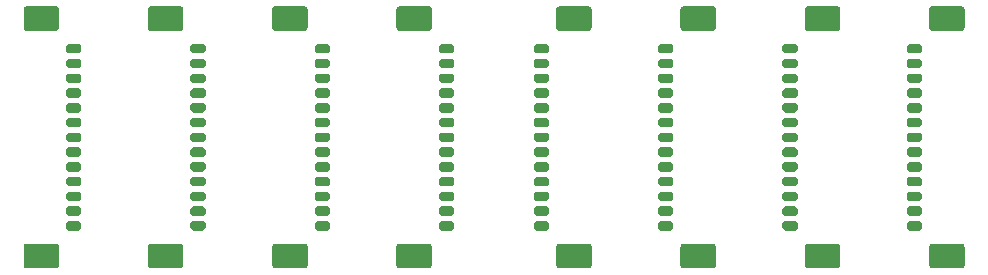
<source format=gtp>
G04 #@! TF.GenerationSoftware,KiCad,Pcbnew,5.1.6-1.fc32*
G04 #@! TF.CreationDate,2020-09-17T12:37:49-03:00*
G04 #@! TF.ProjectId,pc104-adapter-bottom,70633130-342d-4616-9461-707465722d62,v2.0*
G04 #@! TF.SameCoordinates,Original*
G04 #@! TF.FileFunction,Paste,Top*
G04 #@! TF.FilePolarity,Positive*
%FSLAX46Y46*%
G04 Gerber Fmt 4.6, Leading zero omitted, Abs format (unit mm)*
G04 Created by KiCad (PCBNEW 5.1.6-1.fc32) date 2020-09-17 12:37:49*
%MOMM*%
%LPD*%
G01*
G04 APERTURE LIST*
G04 APERTURE END LIST*
G36*
G01*
X185582000Y-74000000D02*
X183082000Y-74000000D01*
G75*
G02*
X182832000Y-73750000I0J250000D01*
G01*
X182832000Y-72150000D01*
G75*
G02*
X183082000Y-71900000I250000J0D01*
G01*
X185582000Y-71900000D01*
G75*
G02*
X185832000Y-72150000I0J-250000D01*
G01*
X185832000Y-73750000D01*
G75*
G02*
X185582000Y-74000000I-250000J0D01*
G01*
G37*
G36*
G01*
X185582000Y-94100000D02*
X183082000Y-94100000D01*
G75*
G02*
X182832000Y-93850000I0J250000D01*
G01*
X182832000Y-92250000D01*
G75*
G02*
X183082000Y-92000000I250000J0D01*
G01*
X185582000Y-92000000D01*
G75*
G02*
X185832000Y-92250000I0J-250000D01*
G01*
X185832000Y-93850000D01*
G75*
G02*
X185582000Y-94100000I-250000J0D01*
G01*
G37*
G36*
G01*
X182032000Y-75900000D02*
X181132000Y-75900000D01*
G75*
G02*
X180932000Y-75700000I0J200000D01*
G01*
X180932000Y-75300000D01*
G75*
G02*
X181132000Y-75100000I200000J0D01*
G01*
X182032000Y-75100000D01*
G75*
G02*
X182232000Y-75300000I0J-200000D01*
G01*
X182232000Y-75700000D01*
G75*
G02*
X182032000Y-75900000I-200000J0D01*
G01*
G37*
G36*
G01*
X182032000Y-77150000D02*
X181132000Y-77150000D01*
G75*
G02*
X180932000Y-76950000I0J200000D01*
G01*
X180932000Y-76550000D01*
G75*
G02*
X181132000Y-76350000I200000J0D01*
G01*
X182032000Y-76350000D01*
G75*
G02*
X182232000Y-76550000I0J-200000D01*
G01*
X182232000Y-76950000D01*
G75*
G02*
X182032000Y-77150000I-200000J0D01*
G01*
G37*
G36*
G01*
X182032000Y-78400000D02*
X181132000Y-78400000D01*
G75*
G02*
X180932000Y-78200000I0J200000D01*
G01*
X180932000Y-77800000D01*
G75*
G02*
X181132000Y-77600000I200000J0D01*
G01*
X182032000Y-77600000D01*
G75*
G02*
X182232000Y-77800000I0J-200000D01*
G01*
X182232000Y-78200000D01*
G75*
G02*
X182032000Y-78400000I-200000J0D01*
G01*
G37*
G36*
G01*
X182032000Y-79650000D02*
X181132000Y-79650000D01*
G75*
G02*
X180932000Y-79450000I0J200000D01*
G01*
X180932000Y-79050000D01*
G75*
G02*
X181132000Y-78850000I200000J0D01*
G01*
X182032000Y-78850000D01*
G75*
G02*
X182232000Y-79050000I0J-200000D01*
G01*
X182232000Y-79450000D01*
G75*
G02*
X182032000Y-79650000I-200000J0D01*
G01*
G37*
G36*
G01*
X182032000Y-80900000D02*
X181132000Y-80900000D01*
G75*
G02*
X180932000Y-80700000I0J200000D01*
G01*
X180932000Y-80300000D01*
G75*
G02*
X181132000Y-80100000I200000J0D01*
G01*
X182032000Y-80100000D01*
G75*
G02*
X182232000Y-80300000I0J-200000D01*
G01*
X182232000Y-80700000D01*
G75*
G02*
X182032000Y-80900000I-200000J0D01*
G01*
G37*
G36*
G01*
X182032000Y-82150000D02*
X181132000Y-82150000D01*
G75*
G02*
X180932000Y-81950000I0J200000D01*
G01*
X180932000Y-81550000D01*
G75*
G02*
X181132000Y-81350000I200000J0D01*
G01*
X182032000Y-81350000D01*
G75*
G02*
X182232000Y-81550000I0J-200000D01*
G01*
X182232000Y-81950000D01*
G75*
G02*
X182032000Y-82150000I-200000J0D01*
G01*
G37*
G36*
G01*
X182032000Y-83400000D02*
X181132000Y-83400000D01*
G75*
G02*
X180932000Y-83200000I0J200000D01*
G01*
X180932000Y-82800000D01*
G75*
G02*
X181132000Y-82600000I200000J0D01*
G01*
X182032000Y-82600000D01*
G75*
G02*
X182232000Y-82800000I0J-200000D01*
G01*
X182232000Y-83200000D01*
G75*
G02*
X182032000Y-83400000I-200000J0D01*
G01*
G37*
G36*
G01*
X182032000Y-84650000D02*
X181132000Y-84650000D01*
G75*
G02*
X180932000Y-84450000I0J200000D01*
G01*
X180932000Y-84050000D01*
G75*
G02*
X181132000Y-83850000I200000J0D01*
G01*
X182032000Y-83850000D01*
G75*
G02*
X182232000Y-84050000I0J-200000D01*
G01*
X182232000Y-84450000D01*
G75*
G02*
X182032000Y-84650000I-200000J0D01*
G01*
G37*
G36*
G01*
X182032000Y-85900000D02*
X181132000Y-85900000D01*
G75*
G02*
X180932000Y-85700000I0J200000D01*
G01*
X180932000Y-85300000D01*
G75*
G02*
X181132000Y-85100000I200000J0D01*
G01*
X182032000Y-85100000D01*
G75*
G02*
X182232000Y-85300000I0J-200000D01*
G01*
X182232000Y-85700000D01*
G75*
G02*
X182032000Y-85900000I-200000J0D01*
G01*
G37*
G36*
G01*
X182032000Y-87150000D02*
X181132000Y-87150000D01*
G75*
G02*
X180932000Y-86950000I0J200000D01*
G01*
X180932000Y-86550000D01*
G75*
G02*
X181132000Y-86350000I200000J0D01*
G01*
X182032000Y-86350000D01*
G75*
G02*
X182232000Y-86550000I0J-200000D01*
G01*
X182232000Y-86950000D01*
G75*
G02*
X182032000Y-87150000I-200000J0D01*
G01*
G37*
G36*
G01*
X182032000Y-88400000D02*
X181132000Y-88400000D01*
G75*
G02*
X180932000Y-88200000I0J200000D01*
G01*
X180932000Y-87800000D01*
G75*
G02*
X181132000Y-87600000I200000J0D01*
G01*
X182032000Y-87600000D01*
G75*
G02*
X182232000Y-87800000I0J-200000D01*
G01*
X182232000Y-88200000D01*
G75*
G02*
X182032000Y-88400000I-200000J0D01*
G01*
G37*
G36*
G01*
X182032000Y-89650000D02*
X181132000Y-89650000D01*
G75*
G02*
X180932000Y-89450000I0J200000D01*
G01*
X180932000Y-89050000D01*
G75*
G02*
X181132000Y-88850000I200000J0D01*
G01*
X182032000Y-88850000D01*
G75*
G02*
X182232000Y-89050000I0J-200000D01*
G01*
X182232000Y-89450000D01*
G75*
G02*
X182032000Y-89650000I-200000J0D01*
G01*
G37*
G36*
G01*
X182032000Y-90900000D02*
X181132000Y-90900000D01*
G75*
G02*
X180932000Y-90700000I0J200000D01*
G01*
X180932000Y-90300000D01*
G75*
G02*
X181132000Y-90100000I200000J0D01*
G01*
X182032000Y-90100000D01*
G75*
G02*
X182232000Y-90300000I0J-200000D01*
G01*
X182232000Y-90700000D01*
G75*
G02*
X182032000Y-90900000I-200000J0D01*
G01*
G37*
G36*
G01*
X154008000Y-74000000D02*
X151508000Y-74000000D01*
G75*
G02*
X151258000Y-73750000I0J250000D01*
G01*
X151258000Y-72150000D01*
G75*
G02*
X151508000Y-71900000I250000J0D01*
G01*
X154008000Y-71900000D01*
G75*
G02*
X154258000Y-72150000I0J-250000D01*
G01*
X154258000Y-73750000D01*
G75*
G02*
X154008000Y-74000000I-250000J0D01*
G01*
G37*
G36*
G01*
X154008000Y-94100000D02*
X151508000Y-94100000D01*
G75*
G02*
X151258000Y-93850000I0J250000D01*
G01*
X151258000Y-92250000D01*
G75*
G02*
X151508000Y-92000000I250000J0D01*
G01*
X154008000Y-92000000D01*
G75*
G02*
X154258000Y-92250000I0J-250000D01*
G01*
X154258000Y-93850000D01*
G75*
G02*
X154008000Y-94100000I-250000J0D01*
G01*
G37*
G36*
G01*
X150458000Y-75900000D02*
X149558000Y-75900000D01*
G75*
G02*
X149358000Y-75700000I0J200000D01*
G01*
X149358000Y-75300000D01*
G75*
G02*
X149558000Y-75100000I200000J0D01*
G01*
X150458000Y-75100000D01*
G75*
G02*
X150658000Y-75300000I0J-200000D01*
G01*
X150658000Y-75700000D01*
G75*
G02*
X150458000Y-75900000I-200000J0D01*
G01*
G37*
G36*
G01*
X150458000Y-77150000D02*
X149558000Y-77150000D01*
G75*
G02*
X149358000Y-76950000I0J200000D01*
G01*
X149358000Y-76550000D01*
G75*
G02*
X149558000Y-76350000I200000J0D01*
G01*
X150458000Y-76350000D01*
G75*
G02*
X150658000Y-76550000I0J-200000D01*
G01*
X150658000Y-76950000D01*
G75*
G02*
X150458000Y-77150000I-200000J0D01*
G01*
G37*
G36*
G01*
X150458000Y-78400000D02*
X149558000Y-78400000D01*
G75*
G02*
X149358000Y-78200000I0J200000D01*
G01*
X149358000Y-77800000D01*
G75*
G02*
X149558000Y-77600000I200000J0D01*
G01*
X150458000Y-77600000D01*
G75*
G02*
X150658000Y-77800000I0J-200000D01*
G01*
X150658000Y-78200000D01*
G75*
G02*
X150458000Y-78400000I-200000J0D01*
G01*
G37*
G36*
G01*
X150458000Y-79650000D02*
X149558000Y-79650000D01*
G75*
G02*
X149358000Y-79450000I0J200000D01*
G01*
X149358000Y-79050000D01*
G75*
G02*
X149558000Y-78850000I200000J0D01*
G01*
X150458000Y-78850000D01*
G75*
G02*
X150658000Y-79050000I0J-200000D01*
G01*
X150658000Y-79450000D01*
G75*
G02*
X150458000Y-79650000I-200000J0D01*
G01*
G37*
G36*
G01*
X150458000Y-80900000D02*
X149558000Y-80900000D01*
G75*
G02*
X149358000Y-80700000I0J200000D01*
G01*
X149358000Y-80300000D01*
G75*
G02*
X149558000Y-80100000I200000J0D01*
G01*
X150458000Y-80100000D01*
G75*
G02*
X150658000Y-80300000I0J-200000D01*
G01*
X150658000Y-80700000D01*
G75*
G02*
X150458000Y-80900000I-200000J0D01*
G01*
G37*
G36*
G01*
X150458000Y-82150000D02*
X149558000Y-82150000D01*
G75*
G02*
X149358000Y-81950000I0J200000D01*
G01*
X149358000Y-81550000D01*
G75*
G02*
X149558000Y-81350000I200000J0D01*
G01*
X150458000Y-81350000D01*
G75*
G02*
X150658000Y-81550000I0J-200000D01*
G01*
X150658000Y-81950000D01*
G75*
G02*
X150458000Y-82150000I-200000J0D01*
G01*
G37*
G36*
G01*
X150458000Y-83400000D02*
X149558000Y-83400000D01*
G75*
G02*
X149358000Y-83200000I0J200000D01*
G01*
X149358000Y-82800000D01*
G75*
G02*
X149558000Y-82600000I200000J0D01*
G01*
X150458000Y-82600000D01*
G75*
G02*
X150658000Y-82800000I0J-200000D01*
G01*
X150658000Y-83200000D01*
G75*
G02*
X150458000Y-83400000I-200000J0D01*
G01*
G37*
G36*
G01*
X150458000Y-84650000D02*
X149558000Y-84650000D01*
G75*
G02*
X149358000Y-84450000I0J200000D01*
G01*
X149358000Y-84050000D01*
G75*
G02*
X149558000Y-83850000I200000J0D01*
G01*
X150458000Y-83850000D01*
G75*
G02*
X150658000Y-84050000I0J-200000D01*
G01*
X150658000Y-84450000D01*
G75*
G02*
X150458000Y-84650000I-200000J0D01*
G01*
G37*
G36*
G01*
X150458000Y-85900000D02*
X149558000Y-85900000D01*
G75*
G02*
X149358000Y-85700000I0J200000D01*
G01*
X149358000Y-85300000D01*
G75*
G02*
X149558000Y-85100000I200000J0D01*
G01*
X150458000Y-85100000D01*
G75*
G02*
X150658000Y-85300000I0J-200000D01*
G01*
X150658000Y-85700000D01*
G75*
G02*
X150458000Y-85900000I-200000J0D01*
G01*
G37*
G36*
G01*
X150458000Y-87150000D02*
X149558000Y-87150000D01*
G75*
G02*
X149358000Y-86950000I0J200000D01*
G01*
X149358000Y-86550000D01*
G75*
G02*
X149558000Y-86350000I200000J0D01*
G01*
X150458000Y-86350000D01*
G75*
G02*
X150658000Y-86550000I0J-200000D01*
G01*
X150658000Y-86950000D01*
G75*
G02*
X150458000Y-87150000I-200000J0D01*
G01*
G37*
G36*
G01*
X150458000Y-88400000D02*
X149558000Y-88400000D01*
G75*
G02*
X149358000Y-88200000I0J200000D01*
G01*
X149358000Y-87800000D01*
G75*
G02*
X149558000Y-87600000I200000J0D01*
G01*
X150458000Y-87600000D01*
G75*
G02*
X150658000Y-87800000I0J-200000D01*
G01*
X150658000Y-88200000D01*
G75*
G02*
X150458000Y-88400000I-200000J0D01*
G01*
G37*
G36*
G01*
X150458000Y-89650000D02*
X149558000Y-89650000D01*
G75*
G02*
X149358000Y-89450000I0J200000D01*
G01*
X149358000Y-89050000D01*
G75*
G02*
X149558000Y-88850000I200000J0D01*
G01*
X150458000Y-88850000D01*
G75*
G02*
X150658000Y-89050000I0J-200000D01*
G01*
X150658000Y-89450000D01*
G75*
G02*
X150458000Y-89650000I-200000J0D01*
G01*
G37*
G36*
G01*
X150458000Y-90900000D02*
X149558000Y-90900000D01*
G75*
G02*
X149358000Y-90700000I0J200000D01*
G01*
X149358000Y-90300000D01*
G75*
G02*
X149558000Y-90100000I200000J0D01*
G01*
X150458000Y-90100000D01*
G75*
G02*
X150658000Y-90300000I0J-200000D01*
G01*
X150658000Y-90700000D01*
G75*
G02*
X150458000Y-90900000I-200000J0D01*
G01*
G37*
G36*
G01*
X127459000Y-92000000D02*
X129959000Y-92000000D01*
G75*
G02*
X130209000Y-92250000I0J-250000D01*
G01*
X130209000Y-93850000D01*
G75*
G02*
X129959000Y-94100000I-250000J0D01*
G01*
X127459000Y-94100000D01*
G75*
G02*
X127209000Y-93850000I0J250000D01*
G01*
X127209000Y-92250000D01*
G75*
G02*
X127459000Y-92000000I250000J0D01*
G01*
G37*
G36*
G01*
X127459000Y-71900000D02*
X129959000Y-71900000D01*
G75*
G02*
X130209000Y-72150000I0J-250000D01*
G01*
X130209000Y-73750000D01*
G75*
G02*
X129959000Y-74000000I-250000J0D01*
G01*
X127459000Y-74000000D01*
G75*
G02*
X127209000Y-73750000I0J250000D01*
G01*
X127209000Y-72150000D01*
G75*
G02*
X127459000Y-71900000I250000J0D01*
G01*
G37*
G36*
G01*
X131009000Y-90100000D02*
X131909000Y-90100000D01*
G75*
G02*
X132109000Y-90300000I0J-200000D01*
G01*
X132109000Y-90700000D01*
G75*
G02*
X131909000Y-90900000I-200000J0D01*
G01*
X131009000Y-90900000D01*
G75*
G02*
X130809000Y-90700000I0J200000D01*
G01*
X130809000Y-90300000D01*
G75*
G02*
X131009000Y-90100000I200000J0D01*
G01*
G37*
G36*
G01*
X131009000Y-88850000D02*
X131909000Y-88850000D01*
G75*
G02*
X132109000Y-89050000I0J-200000D01*
G01*
X132109000Y-89450000D01*
G75*
G02*
X131909000Y-89650000I-200000J0D01*
G01*
X131009000Y-89650000D01*
G75*
G02*
X130809000Y-89450000I0J200000D01*
G01*
X130809000Y-89050000D01*
G75*
G02*
X131009000Y-88850000I200000J0D01*
G01*
G37*
G36*
G01*
X131009000Y-87600000D02*
X131909000Y-87600000D01*
G75*
G02*
X132109000Y-87800000I0J-200000D01*
G01*
X132109000Y-88200000D01*
G75*
G02*
X131909000Y-88400000I-200000J0D01*
G01*
X131009000Y-88400000D01*
G75*
G02*
X130809000Y-88200000I0J200000D01*
G01*
X130809000Y-87800000D01*
G75*
G02*
X131009000Y-87600000I200000J0D01*
G01*
G37*
G36*
G01*
X131009000Y-86350000D02*
X131909000Y-86350000D01*
G75*
G02*
X132109000Y-86550000I0J-200000D01*
G01*
X132109000Y-86950000D01*
G75*
G02*
X131909000Y-87150000I-200000J0D01*
G01*
X131009000Y-87150000D01*
G75*
G02*
X130809000Y-86950000I0J200000D01*
G01*
X130809000Y-86550000D01*
G75*
G02*
X131009000Y-86350000I200000J0D01*
G01*
G37*
G36*
G01*
X131009000Y-85100000D02*
X131909000Y-85100000D01*
G75*
G02*
X132109000Y-85300000I0J-200000D01*
G01*
X132109000Y-85700000D01*
G75*
G02*
X131909000Y-85900000I-200000J0D01*
G01*
X131009000Y-85900000D01*
G75*
G02*
X130809000Y-85700000I0J200000D01*
G01*
X130809000Y-85300000D01*
G75*
G02*
X131009000Y-85100000I200000J0D01*
G01*
G37*
G36*
G01*
X131009000Y-83850000D02*
X131909000Y-83850000D01*
G75*
G02*
X132109000Y-84050000I0J-200000D01*
G01*
X132109000Y-84450000D01*
G75*
G02*
X131909000Y-84650000I-200000J0D01*
G01*
X131009000Y-84650000D01*
G75*
G02*
X130809000Y-84450000I0J200000D01*
G01*
X130809000Y-84050000D01*
G75*
G02*
X131009000Y-83850000I200000J0D01*
G01*
G37*
G36*
G01*
X131009000Y-82600000D02*
X131909000Y-82600000D01*
G75*
G02*
X132109000Y-82800000I0J-200000D01*
G01*
X132109000Y-83200000D01*
G75*
G02*
X131909000Y-83400000I-200000J0D01*
G01*
X131009000Y-83400000D01*
G75*
G02*
X130809000Y-83200000I0J200000D01*
G01*
X130809000Y-82800000D01*
G75*
G02*
X131009000Y-82600000I200000J0D01*
G01*
G37*
G36*
G01*
X131009000Y-81350000D02*
X131909000Y-81350000D01*
G75*
G02*
X132109000Y-81550000I0J-200000D01*
G01*
X132109000Y-81950000D01*
G75*
G02*
X131909000Y-82150000I-200000J0D01*
G01*
X131009000Y-82150000D01*
G75*
G02*
X130809000Y-81950000I0J200000D01*
G01*
X130809000Y-81550000D01*
G75*
G02*
X131009000Y-81350000I200000J0D01*
G01*
G37*
G36*
G01*
X131009000Y-80100000D02*
X131909000Y-80100000D01*
G75*
G02*
X132109000Y-80300000I0J-200000D01*
G01*
X132109000Y-80700000D01*
G75*
G02*
X131909000Y-80900000I-200000J0D01*
G01*
X131009000Y-80900000D01*
G75*
G02*
X130809000Y-80700000I0J200000D01*
G01*
X130809000Y-80300000D01*
G75*
G02*
X131009000Y-80100000I200000J0D01*
G01*
G37*
G36*
G01*
X131009000Y-78850000D02*
X131909000Y-78850000D01*
G75*
G02*
X132109000Y-79050000I0J-200000D01*
G01*
X132109000Y-79450000D01*
G75*
G02*
X131909000Y-79650000I-200000J0D01*
G01*
X131009000Y-79650000D01*
G75*
G02*
X130809000Y-79450000I0J200000D01*
G01*
X130809000Y-79050000D01*
G75*
G02*
X131009000Y-78850000I200000J0D01*
G01*
G37*
G36*
G01*
X131009000Y-77600000D02*
X131909000Y-77600000D01*
G75*
G02*
X132109000Y-77800000I0J-200000D01*
G01*
X132109000Y-78200000D01*
G75*
G02*
X131909000Y-78400000I-200000J0D01*
G01*
X131009000Y-78400000D01*
G75*
G02*
X130809000Y-78200000I0J200000D01*
G01*
X130809000Y-77800000D01*
G75*
G02*
X131009000Y-77600000I200000J0D01*
G01*
G37*
G36*
G01*
X131009000Y-76350000D02*
X131909000Y-76350000D01*
G75*
G02*
X132109000Y-76550000I0J-200000D01*
G01*
X132109000Y-76950000D01*
G75*
G02*
X131909000Y-77150000I-200000J0D01*
G01*
X131009000Y-77150000D01*
G75*
G02*
X130809000Y-76950000I0J200000D01*
G01*
X130809000Y-76550000D01*
G75*
G02*
X131009000Y-76350000I200000J0D01*
G01*
G37*
G36*
G01*
X131009000Y-75100000D02*
X131909000Y-75100000D01*
G75*
G02*
X132109000Y-75300000I0J-200000D01*
G01*
X132109000Y-75700000D01*
G75*
G02*
X131909000Y-75900000I-200000J0D01*
G01*
X131009000Y-75900000D01*
G75*
G02*
X130809000Y-75700000I0J200000D01*
G01*
X130809000Y-75300000D01*
G75*
G02*
X131009000Y-75100000I200000J0D01*
G01*
G37*
G36*
G01*
X106410000Y-92000000D02*
X108910000Y-92000000D01*
G75*
G02*
X109160000Y-92250000I0J-250000D01*
G01*
X109160000Y-93850000D01*
G75*
G02*
X108910000Y-94100000I-250000J0D01*
G01*
X106410000Y-94100000D01*
G75*
G02*
X106160000Y-93850000I0J250000D01*
G01*
X106160000Y-92250000D01*
G75*
G02*
X106410000Y-92000000I250000J0D01*
G01*
G37*
G36*
G01*
X106410000Y-71900000D02*
X108910000Y-71900000D01*
G75*
G02*
X109160000Y-72150000I0J-250000D01*
G01*
X109160000Y-73750000D01*
G75*
G02*
X108910000Y-74000000I-250000J0D01*
G01*
X106410000Y-74000000D01*
G75*
G02*
X106160000Y-73750000I0J250000D01*
G01*
X106160000Y-72150000D01*
G75*
G02*
X106410000Y-71900000I250000J0D01*
G01*
G37*
G36*
G01*
X109960000Y-90100000D02*
X110860000Y-90100000D01*
G75*
G02*
X111060000Y-90300000I0J-200000D01*
G01*
X111060000Y-90700000D01*
G75*
G02*
X110860000Y-90900000I-200000J0D01*
G01*
X109960000Y-90900000D01*
G75*
G02*
X109760000Y-90700000I0J200000D01*
G01*
X109760000Y-90300000D01*
G75*
G02*
X109960000Y-90100000I200000J0D01*
G01*
G37*
G36*
G01*
X109960000Y-88850000D02*
X110860000Y-88850000D01*
G75*
G02*
X111060000Y-89050000I0J-200000D01*
G01*
X111060000Y-89450000D01*
G75*
G02*
X110860000Y-89650000I-200000J0D01*
G01*
X109960000Y-89650000D01*
G75*
G02*
X109760000Y-89450000I0J200000D01*
G01*
X109760000Y-89050000D01*
G75*
G02*
X109960000Y-88850000I200000J0D01*
G01*
G37*
G36*
G01*
X109960000Y-87600000D02*
X110860000Y-87600000D01*
G75*
G02*
X111060000Y-87800000I0J-200000D01*
G01*
X111060000Y-88200000D01*
G75*
G02*
X110860000Y-88400000I-200000J0D01*
G01*
X109960000Y-88400000D01*
G75*
G02*
X109760000Y-88200000I0J200000D01*
G01*
X109760000Y-87800000D01*
G75*
G02*
X109960000Y-87600000I200000J0D01*
G01*
G37*
G36*
G01*
X109960000Y-86350000D02*
X110860000Y-86350000D01*
G75*
G02*
X111060000Y-86550000I0J-200000D01*
G01*
X111060000Y-86950000D01*
G75*
G02*
X110860000Y-87150000I-200000J0D01*
G01*
X109960000Y-87150000D01*
G75*
G02*
X109760000Y-86950000I0J200000D01*
G01*
X109760000Y-86550000D01*
G75*
G02*
X109960000Y-86350000I200000J0D01*
G01*
G37*
G36*
G01*
X109960000Y-85100000D02*
X110860000Y-85100000D01*
G75*
G02*
X111060000Y-85300000I0J-200000D01*
G01*
X111060000Y-85700000D01*
G75*
G02*
X110860000Y-85900000I-200000J0D01*
G01*
X109960000Y-85900000D01*
G75*
G02*
X109760000Y-85700000I0J200000D01*
G01*
X109760000Y-85300000D01*
G75*
G02*
X109960000Y-85100000I200000J0D01*
G01*
G37*
G36*
G01*
X109960000Y-83850000D02*
X110860000Y-83850000D01*
G75*
G02*
X111060000Y-84050000I0J-200000D01*
G01*
X111060000Y-84450000D01*
G75*
G02*
X110860000Y-84650000I-200000J0D01*
G01*
X109960000Y-84650000D01*
G75*
G02*
X109760000Y-84450000I0J200000D01*
G01*
X109760000Y-84050000D01*
G75*
G02*
X109960000Y-83850000I200000J0D01*
G01*
G37*
G36*
G01*
X109960000Y-82600000D02*
X110860000Y-82600000D01*
G75*
G02*
X111060000Y-82800000I0J-200000D01*
G01*
X111060000Y-83200000D01*
G75*
G02*
X110860000Y-83400000I-200000J0D01*
G01*
X109960000Y-83400000D01*
G75*
G02*
X109760000Y-83200000I0J200000D01*
G01*
X109760000Y-82800000D01*
G75*
G02*
X109960000Y-82600000I200000J0D01*
G01*
G37*
G36*
G01*
X109960000Y-81350000D02*
X110860000Y-81350000D01*
G75*
G02*
X111060000Y-81550000I0J-200000D01*
G01*
X111060000Y-81950000D01*
G75*
G02*
X110860000Y-82150000I-200000J0D01*
G01*
X109960000Y-82150000D01*
G75*
G02*
X109760000Y-81950000I0J200000D01*
G01*
X109760000Y-81550000D01*
G75*
G02*
X109960000Y-81350000I200000J0D01*
G01*
G37*
G36*
G01*
X109960000Y-80100000D02*
X110860000Y-80100000D01*
G75*
G02*
X111060000Y-80300000I0J-200000D01*
G01*
X111060000Y-80700000D01*
G75*
G02*
X110860000Y-80900000I-200000J0D01*
G01*
X109960000Y-80900000D01*
G75*
G02*
X109760000Y-80700000I0J200000D01*
G01*
X109760000Y-80300000D01*
G75*
G02*
X109960000Y-80100000I200000J0D01*
G01*
G37*
G36*
G01*
X109960000Y-78850000D02*
X110860000Y-78850000D01*
G75*
G02*
X111060000Y-79050000I0J-200000D01*
G01*
X111060000Y-79450000D01*
G75*
G02*
X110860000Y-79650000I-200000J0D01*
G01*
X109960000Y-79650000D01*
G75*
G02*
X109760000Y-79450000I0J200000D01*
G01*
X109760000Y-79050000D01*
G75*
G02*
X109960000Y-78850000I200000J0D01*
G01*
G37*
G36*
G01*
X109960000Y-77600000D02*
X110860000Y-77600000D01*
G75*
G02*
X111060000Y-77800000I0J-200000D01*
G01*
X111060000Y-78200000D01*
G75*
G02*
X110860000Y-78400000I-200000J0D01*
G01*
X109960000Y-78400000D01*
G75*
G02*
X109760000Y-78200000I0J200000D01*
G01*
X109760000Y-77800000D01*
G75*
G02*
X109960000Y-77600000I200000J0D01*
G01*
G37*
G36*
G01*
X109960000Y-76350000D02*
X110860000Y-76350000D01*
G75*
G02*
X111060000Y-76550000I0J-200000D01*
G01*
X111060000Y-76950000D01*
G75*
G02*
X110860000Y-77150000I-200000J0D01*
G01*
X109960000Y-77150000D01*
G75*
G02*
X109760000Y-76950000I0J200000D01*
G01*
X109760000Y-76550000D01*
G75*
G02*
X109960000Y-76350000I200000J0D01*
G01*
G37*
G36*
G01*
X109960000Y-75100000D02*
X110860000Y-75100000D01*
G75*
G02*
X111060000Y-75300000I0J-200000D01*
G01*
X111060000Y-75700000D01*
G75*
G02*
X110860000Y-75900000I-200000J0D01*
G01*
X109960000Y-75900000D01*
G75*
G02*
X109760000Y-75700000I0J200000D01*
G01*
X109760000Y-75300000D01*
G75*
G02*
X109960000Y-75100000I200000J0D01*
G01*
G37*
G36*
G01*
X175058000Y-74000000D02*
X172558000Y-74000000D01*
G75*
G02*
X172308000Y-73750000I0J250000D01*
G01*
X172308000Y-72150000D01*
G75*
G02*
X172558000Y-71900000I250000J0D01*
G01*
X175058000Y-71900000D01*
G75*
G02*
X175308000Y-72150000I0J-250000D01*
G01*
X175308000Y-73750000D01*
G75*
G02*
X175058000Y-74000000I-250000J0D01*
G01*
G37*
G36*
G01*
X175058000Y-94100000D02*
X172558000Y-94100000D01*
G75*
G02*
X172308000Y-93850000I0J250000D01*
G01*
X172308000Y-92250000D01*
G75*
G02*
X172558000Y-92000000I250000J0D01*
G01*
X175058000Y-92000000D01*
G75*
G02*
X175308000Y-92250000I0J-250000D01*
G01*
X175308000Y-93850000D01*
G75*
G02*
X175058000Y-94100000I-250000J0D01*
G01*
G37*
G36*
G01*
X171508000Y-75900000D02*
X170608000Y-75900000D01*
G75*
G02*
X170408000Y-75700000I0J200000D01*
G01*
X170408000Y-75300000D01*
G75*
G02*
X170608000Y-75100000I200000J0D01*
G01*
X171508000Y-75100000D01*
G75*
G02*
X171708000Y-75300000I0J-200000D01*
G01*
X171708000Y-75700000D01*
G75*
G02*
X171508000Y-75900000I-200000J0D01*
G01*
G37*
G36*
G01*
X171508000Y-77150000D02*
X170608000Y-77150000D01*
G75*
G02*
X170408000Y-76950000I0J200000D01*
G01*
X170408000Y-76550000D01*
G75*
G02*
X170608000Y-76350000I200000J0D01*
G01*
X171508000Y-76350000D01*
G75*
G02*
X171708000Y-76550000I0J-200000D01*
G01*
X171708000Y-76950000D01*
G75*
G02*
X171508000Y-77150000I-200000J0D01*
G01*
G37*
G36*
G01*
X171508000Y-78400000D02*
X170608000Y-78400000D01*
G75*
G02*
X170408000Y-78200000I0J200000D01*
G01*
X170408000Y-77800000D01*
G75*
G02*
X170608000Y-77600000I200000J0D01*
G01*
X171508000Y-77600000D01*
G75*
G02*
X171708000Y-77800000I0J-200000D01*
G01*
X171708000Y-78200000D01*
G75*
G02*
X171508000Y-78400000I-200000J0D01*
G01*
G37*
G36*
G01*
X171508000Y-79650000D02*
X170608000Y-79650000D01*
G75*
G02*
X170408000Y-79450000I0J200000D01*
G01*
X170408000Y-79050000D01*
G75*
G02*
X170608000Y-78850000I200000J0D01*
G01*
X171508000Y-78850000D01*
G75*
G02*
X171708000Y-79050000I0J-200000D01*
G01*
X171708000Y-79450000D01*
G75*
G02*
X171508000Y-79650000I-200000J0D01*
G01*
G37*
G36*
G01*
X171508000Y-80900000D02*
X170608000Y-80900000D01*
G75*
G02*
X170408000Y-80700000I0J200000D01*
G01*
X170408000Y-80300000D01*
G75*
G02*
X170608000Y-80100000I200000J0D01*
G01*
X171508000Y-80100000D01*
G75*
G02*
X171708000Y-80300000I0J-200000D01*
G01*
X171708000Y-80700000D01*
G75*
G02*
X171508000Y-80900000I-200000J0D01*
G01*
G37*
G36*
G01*
X171508000Y-82150000D02*
X170608000Y-82150000D01*
G75*
G02*
X170408000Y-81950000I0J200000D01*
G01*
X170408000Y-81550000D01*
G75*
G02*
X170608000Y-81350000I200000J0D01*
G01*
X171508000Y-81350000D01*
G75*
G02*
X171708000Y-81550000I0J-200000D01*
G01*
X171708000Y-81950000D01*
G75*
G02*
X171508000Y-82150000I-200000J0D01*
G01*
G37*
G36*
G01*
X171508000Y-83400000D02*
X170608000Y-83400000D01*
G75*
G02*
X170408000Y-83200000I0J200000D01*
G01*
X170408000Y-82800000D01*
G75*
G02*
X170608000Y-82600000I200000J0D01*
G01*
X171508000Y-82600000D01*
G75*
G02*
X171708000Y-82800000I0J-200000D01*
G01*
X171708000Y-83200000D01*
G75*
G02*
X171508000Y-83400000I-200000J0D01*
G01*
G37*
G36*
G01*
X171508000Y-84650000D02*
X170608000Y-84650000D01*
G75*
G02*
X170408000Y-84450000I0J200000D01*
G01*
X170408000Y-84050000D01*
G75*
G02*
X170608000Y-83850000I200000J0D01*
G01*
X171508000Y-83850000D01*
G75*
G02*
X171708000Y-84050000I0J-200000D01*
G01*
X171708000Y-84450000D01*
G75*
G02*
X171508000Y-84650000I-200000J0D01*
G01*
G37*
G36*
G01*
X171508000Y-85900000D02*
X170608000Y-85900000D01*
G75*
G02*
X170408000Y-85700000I0J200000D01*
G01*
X170408000Y-85300000D01*
G75*
G02*
X170608000Y-85100000I200000J0D01*
G01*
X171508000Y-85100000D01*
G75*
G02*
X171708000Y-85300000I0J-200000D01*
G01*
X171708000Y-85700000D01*
G75*
G02*
X171508000Y-85900000I-200000J0D01*
G01*
G37*
G36*
G01*
X171508000Y-87150000D02*
X170608000Y-87150000D01*
G75*
G02*
X170408000Y-86950000I0J200000D01*
G01*
X170408000Y-86550000D01*
G75*
G02*
X170608000Y-86350000I200000J0D01*
G01*
X171508000Y-86350000D01*
G75*
G02*
X171708000Y-86550000I0J-200000D01*
G01*
X171708000Y-86950000D01*
G75*
G02*
X171508000Y-87150000I-200000J0D01*
G01*
G37*
G36*
G01*
X171508000Y-88400000D02*
X170608000Y-88400000D01*
G75*
G02*
X170408000Y-88200000I0J200000D01*
G01*
X170408000Y-87800000D01*
G75*
G02*
X170608000Y-87600000I200000J0D01*
G01*
X171508000Y-87600000D01*
G75*
G02*
X171708000Y-87800000I0J-200000D01*
G01*
X171708000Y-88200000D01*
G75*
G02*
X171508000Y-88400000I-200000J0D01*
G01*
G37*
G36*
G01*
X171508000Y-89650000D02*
X170608000Y-89650000D01*
G75*
G02*
X170408000Y-89450000I0J200000D01*
G01*
X170408000Y-89050000D01*
G75*
G02*
X170608000Y-88850000I200000J0D01*
G01*
X171508000Y-88850000D01*
G75*
G02*
X171708000Y-89050000I0J-200000D01*
G01*
X171708000Y-89450000D01*
G75*
G02*
X171508000Y-89650000I-200000J0D01*
G01*
G37*
G36*
G01*
X171508000Y-90900000D02*
X170608000Y-90900000D01*
G75*
G02*
X170408000Y-90700000I0J200000D01*
G01*
X170408000Y-90300000D01*
G75*
G02*
X170608000Y-90100000I200000J0D01*
G01*
X171508000Y-90100000D01*
G75*
G02*
X171708000Y-90300000I0J-200000D01*
G01*
X171708000Y-90700000D01*
G75*
G02*
X171508000Y-90900000I-200000J0D01*
G01*
G37*
G36*
G01*
X164533000Y-74000000D02*
X162033000Y-74000000D01*
G75*
G02*
X161783000Y-73750000I0J250000D01*
G01*
X161783000Y-72150000D01*
G75*
G02*
X162033000Y-71900000I250000J0D01*
G01*
X164533000Y-71900000D01*
G75*
G02*
X164783000Y-72150000I0J-250000D01*
G01*
X164783000Y-73750000D01*
G75*
G02*
X164533000Y-74000000I-250000J0D01*
G01*
G37*
G36*
G01*
X164533000Y-94100000D02*
X162033000Y-94100000D01*
G75*
G02*
X161783000Y-93850000I0J250000D01*
G01*
X161783000Y-92250000D01*
G75*
G02*
X162033000Y-92000000I250000J0D01*
G01*
X164533000Y-92000000D01*
G75*
G02*
X164783000Y-92250000I0J-250000D01*
G01*
X164783000Y-93850000D01*
G75*
G02*
X164533000Y-94100000I-250000J0D01*
G01*
G37*
G36*
G01*
X160983000Y-75900000D02*
X160083000Y-75900000D01*
G75*
G02*
X159883000Y-75700000I0J200000D01*
G01*
X159883000Y-75300000D01*
G75*
G02*
X160083000Y-75100000I200000J0D01*
G01*
X160983000Y-75100000D01*
G75*
G02*
X161183000Y-75300000I0J-200000D01*
G01*
X161183000Y-75700000D01*
G75*
G02*
X160983000Y-75900000I-200000J0D01*
G01*
G37*
G36*
G01*
X160983000Y-77150000D02*
X160083000Y-77150000D01*
G75*
G02*
X159883000Y-76950000I0J200000D01*
G01*
X159883000Y-76550000D01*
G75*
G02*
X160083000Y-76350000I200000J0D01*
G01*
X160983000Y-76350000D01*
G75*
G02*
X161183000Y-76550000I0J-200000D01*
G01*
X161183000Y-76950000D01*
G75*
G02*
X160983000Y-77150000I-200000J0D01*
G01*
G37*
G36*
G01*
X160983000Y-78400000D02*
X160083000Y-78400000D01*
G75*
G02*
X159883000Y-78200000I0J200000D01*
G01*
X159883000Y-77800000D01*
G75*
G02*
X160083000Y-77600000I200000J0D01*
G01*
X160983000Y-77600000D01*
G75*
G02*
X161183000Y-77800000I0J-200000D01*
G01*
X161183000Y-78200000D01*
G75*
G02*
X160983000Y-78400000I-200000J0D01*
G01*
G37*
G36*
G01*
X160983000Y-79650000D02*
X160083000Y-79650000D01*
G75*
G02*
X159883000Y-79450000I0J200000D01*
G01*
X159883000Y-79050000D01*
G75*
G02*
X160083000Y-78850000I200000J0D01*
G01*
X160983000Y-78850000D01*
G75*
G02*
X161183000Y-79050000I0J-200000D01*
G01*
X161183000Y-79450000D01*
G75*
G02*
X160983000Y-79650000I-200000J0D01*
G01*
G37*
G36*
G01*
X160983000Y-80900000D02*
X160083000Y-80900000D01*
G75*
G02*
X159883000Y-80700000I0J200000D01*
G01*
X159883000Y-80300000D01*
G75*
G02*
X160083000Y-80100000I200000J0D01*
G01*
X160983000Y-80100000D01*
G75*
G02*
X161183000Y-80300000I0J-200000D01*
G01*
X161183000Y-80700000D01*
G75*
G02*
X160983000Y-80900000I-200000J0D01*
G01*
G37*
G36*
G01*
X160983000Y-82150000D02*
X160083000Y-82150000D01*
G75*
G02*
X159883000Y-81950000I0J200000D01*
G01*
X159883000Y-81550000D01*
G75*
G02*
X160083000Y-81350000I200000J0D01*
G01*
X160983000Y-81350000D01*
G75*
G02*
X161183000Y-81550000I0J-200000D01*
G01*
X161183000Y-81950000D01*
G75*
G02*
X160983000Y-82150000I-200000J0D01*
G01*
G37*
G36*
G01*
X160983000Y-83400000D02*
X160083000Y-83400000D01*
G75*
G02*
X159883000Y-83200000I0J200000D01*
G01*
X159883000Y-82800000D01*
G75*
G02*
X160083000Y-82600000I200000J0D01*
G01*
X160983000Y-82600000D01*
G75*
G02*
X161183000Y-82800000I0J-200000D01*
G01*
X161183000Y-83200000D01*
G75*
G02*
X160983000Y-83400000I-200000J0D01*
G01*
G37*
G36*
G01*
X160983000Y-84650000D02*
X160083000Y-84650000D01*
G75*
G02*
X159883000Y-84450000I0J200000D01*
G01*
X159883000Y-84050000D01*
G75*
G02*
X160083000Y-83850000I200000J0D01*
G01*
X160983000Y-83850000D01*
G75*
G02*
X161183000Y-84050000I0J-200000D01*
G01*
X161183000Y-84450000D01*
G75*
G02*
X160983000Y-84650000I-200000J0D01*
G01*
G37*
G36*
G01*
X160983000Y-85900000D02*
X160083000Y-85900000D01*
G75*
G02*
X159883000Y-85700000I0J200000D01*
G01*
X159883000Y-85300000D01*
G75*
G02*
X160083000Y-85100000I200000J0D01*
G01*
X160983000Y-85100000D01*
G75*
G02*
X161183000Y-85300000I0J-200000D01*
G01*
X161183000Y-85700000D01*
G75*
G02*
X160983000Y-85900000I-200000J0D01*
G01*
G37*
G36*
G01*
X160983000Y-87150000D02*
X160083000Y-87150000D01*
G75*
G02*
X159883000Y-86950000I0J200000D01*
G01*
X159883000Y-86550000D01*
G75*
G02*
X160083000Y-86350000I200000J0D01*
G01*
X160983000Y-86350000D01*
G75*
G02*
X161183000Y-86550000I0J-200000D01*
G01*
X161183000Y-86950000D01*
G75*
G02*
X160983000Y-87150000I-200000J0D01*
G01*
G37*
G36*
G01*
X160983000Y-88400000D02*
X160083000Y-88400000D01*
G75*
G02*
X159883000Y-88200000I0J200000D01*
G01*
X159883000Y-87800000D01*
G75*
G02*
X160083000Y-87600000I200000J0D01*
G01*
X160983000Y-87600000D01*
G75*
G02*
X161183000Y-87800000I0J-200000D01*
G01*
X161183000Y-88200000D01*
G75*
G02*
X160983000Y-88400000I-200000J0D01*
G01*
G37*
G36*
G01*
X160983000Y-89650000D02*
X160083000Y-89650000D01*
G75*
G02*
X159883000Y-89450000I0J200000D01*
G01*
X159883000Y-89050000D01*
G75*
G02*
X160083000Y-88850000I200000J0D01*
G01*
X160983000Y-88850000D01*
G75*
G02*
X161183000Y-89050000I0J-200000D01*
G01*
X161183000Y-89450000D01*
G75*
G02*
X160983000Y-89650000I-200000J0D01*
G01*
G37*
G36*
G01*
X160983000Y-90900000D02*
X160083000Y-90900000D01*
G75*
G02*
X159883000Y-90700000I0J200000D01*
G01*
X159883000Y-90300000D01*
G75*
G02*
X160083000Y-90100000I200000J0D01*
G01*
X160983000Y-90100000D01*
G75*
G02*
X161183000Y-90300000I0J-200000D01*
G01*
X161183000Y-90700000D01*
G75*
G02*
X160983000Y-90900000I-200000J0D01*
G01*
G37*
G36*
G01*
X137984000Y-92000000D02*
X140484000Y-92000000D01*
G75*
G02*
X140734000Y-92250000I0J-250000D01*
G01*
X140734000Y-93850000D01*
G75*
G02*
X140484000Y-94100000I-250000J0D01*
G01*
X137984000Y-94100000D01*
G75*
G02*
X137734000Y-93850000I0J250000D01*
G01*
X137734000Y-92250000D01*
G75*
G02*
X137984000Y-92000000I250000J0D01*
G01*
G37*
G36*
G01*
X137984000Y-71900000D02*
X140484000Y-71900000D01*
G75*
G02*
X140734000Y-72150000I0J-250000D01*
G01*
X140734000Y-73750000D01*
G75*
G02*
X140484000Y-74000000I-250000J0D01*
G01*
X137984000Y-74000000D01*
G75*
G02*
X137734000Y-73750000I0J250000D01*
G01*
X137734000Y-72150000D01*
G75*
G02*
X137984000Y-71900000I250000J0D01*
G01*
G37*
G36*
G01*
X141534000Y-90100000D02*
X142434000Y-90100000D01*
G75*
G02*
X142634000Y-90300000I0J-200000D01*
G01*
X142634000Y-90700000D01*
G75*
G02*
X142434000Y-90900000I-200000J0D01*
G01*
X141534000Y-90900000D01*
G75*
G02*
X141334000Y-90700000I0J200000D01*
G01*
X141334000Y-90300000D01*
G75*
G02*
X141534000Y-90100000I200000J0D01*
G01*
G37*
G36*
G01*
X141534000Y-88850000D02*
X142434000Y-88850000D01*
G75*
G02*
X142634000Y-89050000I0J-200000D01*
G01*
X142634000Y-89450000D01*
G75*
G02*
X142434000Y-89650000I-200000J0D01*
G01*
X141534000Y-89650000D01*
G75*
G02*
X141334000Y-89450000I0J200000D01*
G01*
X141334000Y-89050000D01*
G75*
G02*
X141534000Y-88850000I200000J0D01*
G01*
G37*
G36*
G01*
X141534000Y-87600000D02*
X142434000Y-87600000D01*
G75*
G02*
X142634000Y-87800000I0J-200000D01*
G01*
X142634000Y-88200000D01*
G75*
G02*
X142434000Y-88400000I-200000J0D01*
G01*
X141534000Y-88400000D01*
G75*
G02*
X141334000Y-88200000I0J200000D01*
G01*
X141334000Y-87800000D01*
G75*
G02*
X141534000Y-87600000I200000J0D01*
G01*
G37*
G36*
G01*
X141534000Y-86350000D02*
X142434000Y-86350000D01*
G75*
G02*
X142634000Y-86550000I0J-200000D01*
G01*
X142634000Y-86950000D01*
G75*
G02*
X142434000Y-87150000I-200000J0D01*
G01*
X141534000Y-87150000D01*
G75*
G02*
X141334000Y-86950000I0J200000D01*
G01*
X141334000Y-86550000D01*
G75*
G02*
X141534000Y-86350000I200000J0D01*
G01*
G37*
G36*
G01*
X141534000Y-85100000D02*
X142434000Y-85100000D01*
G75*
G02*
X142634000Y-85300000I0J-200000D01*
G01*
X142634000Y-85700000D01*
G75*
G02*
X142434000Y-85900000I-200000J0D01*
G01*
X141534000Y-85900000D01*
G75*
G02*
X141334000Y-85700000I0J200000D01*
G01*
X141334000Y-85300000D01*
G75*
G02*
X141534000Y-85100000I200000J0D01*
G01*
G37*
G36*
G01*
X141534000Y-83850000D02*
X142434000Y-83850000D01*
G75*
G02*
X142634000Y-84050000I0J-200000D01*
G01*
X142634000Y-84450000D01*
G75*
G02*
X142434000Y-84650000I-200000J0D01*
G01*
X141534000Y-84650000D01*
G75*
G02*
X141334000Y-84450000I0J200000D01*
G01*
X141334000Y-84050000D01*
G75*
G02*
X141534000Y-83850000I200000J0D01*
G01*
G37*
G36*
G01*
X141534000Y-82600000D02*
X142434000Y-82600000D01*
G75*
G02*
X142634000Y-82800000I0J-200000D01*
G01*
X142634000Y-83200000D01*
G75*
G02*
X142434000Y-83400000I-200000J0D01*
G01*
X141534000Y-83400000D01*
G75*
G02*
X141334000Y-83200000I0J200000D01*
G01*
X141334000Y-82800000D01*
G75*
G02*
X141534000Y-82600000I200000J0D01*
G01*
G37*
G36*
G01*
X141534000Y-81350000D02*
X142434000Y-81350000D01*
G75*
G02*
X142634000Y-81550000I0J-200000D01*
G01*
X142634000Y-81950000D01*
G75*
G02*
X142434000Y-82150000I-200000J0D01*
G01*
X141534000Y-82150000D01*
G75*
G02*
X141334000Y-81950000I0J200000D01*
G01*
X141334000Y-81550000D01*
G75*
G02*
X141534000Y-81350000I200000J0D01*
G01*
G37*
G36*
G01*
X141534000Y-80100000D02*
X142434000Y-80100000D01*
G75*
G02*
X142634000Y-80300000I0J-200000D01*
G01*
X142634000Y-80700000D01*
G75*
G02*
X142434000Y-80900000I-200000J0D01*
G01*
X141534000Y-80900000D01*
G75*
G02*
X141334000Y-80700000I0J200000D01*
G01*
X141334000Y-80300000D01*
G75*
G02*
X141534000Y-80100000I200000J0D01*
G01*
G37*
G36*
G01*
X141534000Y-78850000D02*
X142434000Y-78850000D01*
G75*
G02*
X142634000Y-79050000I0J-200000D01*
G01*
X142634000Y-79450000D01*
G75*
G02*
X142434000Y-79650000I-200000J0D01*
G01*
X141534000Y-79650000D01*
G75*
G02*
X141334000Y-79450000I0J200000D01*
G01*
X141334000Y-79050000D01*
G75*
G02*
X141534000Y-78850000I200000J0D01*
G01*
G37*
G36*
G01*
X141534000Y-77600000D02*
X142434000Y-77600000D01*
G75*
G02*
X142634000Y-77800000I0J-200000D01*
G01*
X142634000Y-78200000D01*
G75*
G02*
X142434000Y-78400000I-200000J0D01*
G01*
X141534000Y-78400000D01*
G75*
G02*
X141334000Y-78200000I0J200000D01*
G01*
X141334000Y-77800000D01*
G75*
G02*
X141534000Y-77600000I200000J0D01*
G01*
G37*
G36*
G01*
X141534000Y-76350000D02*
X142434000Y-76350000D01*
G75*
G02*
X142634000Y-76550000I0J-200000D01*
G01*
X142634000Y-76950000D01*
G75*
G02*
X142434000Y-77150000I-200000J0D01*
G01*
X141534000Y-77150000D01*
G75*
G02*
X141334000Y-76950000I0J200000D01*
G01*
X141334000Y-76550000D01*
G75*
G02*
X141534000Y-76350000I200000J0D01*
G01*
G37*
G36*
G01*
X141534000Y-75100000D02*
X142434000Y-75100000D01*
G75*
G02*
X142634000Y-75300000I0J-200000D01*
G01*
X142634000Y-75700000D01*
G75*
G02*
X142434000Y-75900000I-200000J0D01*
G01*
X141534000Y-75900000D01*
G75*
G02*
X141334000Y-75700000I0J200000D01*
G01*
X141334000Y-75300000D01*
G75*
G02*
X141534000Y-75100000I200000J0D01*
G01*
G37*
G36*
G01*
X116935000Y-92000000D02*
X119435000Y-92000000D01*
G75*
G02*
X119685000Y-92250000I0J-250000D01*
G01*
X119685000Y-93850000D01*
G75*
G02*
X119435000Y-94100000I-250000J0D01*
G01*
X116935000Y-94100000D01*
G75*
G02*
X116685000Y-93850000I0J250000D01*
G01*
X116685000Y-92250000D01*
G75*
G02*
X116935000Y-92000000I250000J0D01*
G01*
G37*
G36*
G01*
X116935000Y-71900000D02*
X119435000Y-71900000D01*
G75*
G02*
X119685000Y-72150000I0J-250000D01*
G01*
X119685000Y-73750000D01*
G75*
G02*
X119435000Y-74000000I-250000J0D01*
G01*
X116935000Y-74000000D01*
G75*
G02*
X116685000Y-73750000I0J250000D01*
G01*
X116685000Y-72150000D01*
G75*
G02*
X116935000Y-71900000I250000J0D01*
G01*
G37*
G36*
G01*
X120485000Y-90100000D02*
X121385000Y-90100000D01*
G75*
G02*
X121585000Y-90300000I0J-200000D01*
G01*
X121585000Y-90700000D01*
G75*
G02*
X121385000Y-90900000I-200000J0D01*
G01*
X120485000Y-90900000D01*
G75*
G02*
X120285000Y-90700000I0J200000D01*
G01*
X120285000Y-90300000D01*
G75*
G02*
X120485000Y-90100000I200000J0D01*
G01*
G37*
G36*
G01*
X120485000Y-88850000D02*
X121385000Y-88850000D01*
G75*
G02*
X121585000Y-89050000I0J-200000D01*
G01*
X121585000Y-89450000D01*
G75*
G02*
X121385000Y-89650000I-200000J0D01*
G01*
X120485000Y-89650000D01*
G75*
G02*
X120285000Y-89450000I0J200000D01*
G01*
X120285000Y-89050000D01*
G75*
G02*
X120485000Y-88850000I200000J0D01*
G01*
G37*
G36*
G01*
X120485000Y-87600000D02*
X121385000Y-87600000D01*
G75*
G02*
X121585000Y-87800000I0J-200000D01*
G01*
X121585000Y-88200000D01*
G75*
G02*
X121385000Y-88400000I-200000J0D01*
G01*
X120485000Y-88400000D01*
G75*
G02*
X120285000Y-88200000I0J200000D01*
G01*
X120285000Y-87800000D01*
G75*
G02*
X120485000Y-87600000I200000J0D01*
G01*
G37*
G36*
G01*
X120485000Y-86350000D02*
X121385000Y-86350000D01*
G75*
G02*
X121585000Y-86550000I0J-200000D01*
G01*
X121585000Y-86950000D01*
G75*
G02*
X121385000Y-87150000I-200000J0D01*
G01*
X120485000Y-87150000D01*
G75*
G02*
X120285000Y-86950000I0J200000D01*
G01*
X120285000Y-86550000D01*
G75*
G02*
X120485000Y-86350000I200000J0D01*
G01*
G37*
G36*
G01*
X120485000Y-85100000D02*
X121385000Y-85100000D01*
G75*
G02*
X121585000Y-85300000I0J-200000D01*
G01*
X121585000Y-85700000D01*
G75*
G02*
X121385000Y-85900000I-200000J0D01*
G01*
X120485000Y-85900000D01*
G75*
G02*
X120285000Y-85700000I0J200000D01*
G01*
X120285000Y-85300000D01*
G75*
G02*
X120485000Y-85100000I200000J0D01*
G01*
G37*
G36*
G01*
X120485000Y-83850000D02*
X121385000Y-83850000D01*
G75*
G02*
X121585000Y-84050000I0J-200000D01*
G01*
X121585000Y-84450000D01*
G75*
G02*
X121385000Y-84650000I-200000J0D01*
G01*
X120485000Y-84650000D01*
G75*
G02*
X120285000Y-84450000I0J200000D01*
G01*
X120285000Y-84050000D01*
G75*
G02*
X120485000Y-83850000I200000J0D01*
G01*
G37*
G36*
G01*
X120485000Y-82600000D02*
X121385000Y-82600000D01*
G75*
G02*
X121585000Y-82800000I0J-200000D01*
G01*
X121585000Y-83200000D01*
G75*
G02*
X121385000Y-83400000I-200000J0D01*
G01*
X120485000Y-83400000D01*
G75*
G02*
X120285000Y-83200000I0J200000D01*
G01*
X120285000Y-82800000D01*
G75*
G02*
X120485000Y-82600000I200000J0D01*
G01*
G37*
G36*
G01*
X120485000Y-81350000D02*
X121385000Y-81350000D01*
G75*
G02*
X121585000Y-81550000I0J-200000D01*
G01*
X121585000Y-81950000D01*
G75*
G02*
X121385000Y-82150000I-200000J0D01*
G01*
X120485000Y-82150000D01*
G75*
G02*
X120285000Y-81950000I0J200000D01*
G01*
X120285000Y-81550000D01*
G75*
G02*
X120485000Y-81350000I200000J0D01*
G01*
G37*
G36*
G01*
X120485000Y-80100000D02*
X121385000Y-80100000D01*
G75*
G02*
X121585000Y-80300000I0J-200000D01*
G01*
X121585000Y-80700000D01*
G75*
G02*
X121385000Y-80900000I-200000J0D01*
G01*
X120485000Y-80900000D01*
G75*
G02*
X120285000Y-80700000I0J200000D01*
G01*
X120285000Y-80300000D01*
G75*
G02*
X120485000Y-80100000I200000J0D01*
G01*
G37*
G36*
G01*
X120485000Y-78850000D02*
X121385000Y-78850000D01*
G75*
G02*
X121585000Y-79050000I0J-200000D01*
G01*
X121585000Y-79450000D01*
G75*
G02*
X121385000Y-79650000I-200000J0D01*
G01*
X120485000Y-79650000D01*
G75*
G02*
X120285000Y-79450000I0J200000D01*
G01*
X120285000Y-79050000D01*
G75*
G02*
X120485000Y-78850000I200000J0D01*
G01*
G37*
G36*
G01*
X120485000Y-77600000D02*
X121385000Y-77600000D01*
G75*
G02*
X121585000Y-77800000I0J-200000D01*
G01*
X121585000Y-78200000D01*
G75*
G02*
X121385000Y-78400000I-200000J0D01*
G01*
X120485000Y-78400000D01*
G75*
G02*
X120285000Y-78200000I0J200000D01*
G01*
X120285000Y-77800000D01*
G75*
G02*
X120485000Y-77600000I200000J0D01*
G01*
G37*
G36*
G01*
X120485000Y-76350000D02*
X121385000Y-76350000D01*
G75*
G02*
X121585000Y-76550000I0J-200000D01*
G01*
X121585000Y-76950000D01*
G75*
G02*
X121385000Y-77150000I-200000J0D01*
G01*
X120485000Y-77150000D01*
G75*
G02*
X120285000Y-76950000I0J200000D01*
G01*
X120285000Y-76550000D01*
G75*
G02*
X120485000Y-76350000I200000J0D01*
G01*
G37*
G36*
G01*
X120485000Y-75100000D02*
X121385000Y-75100000D01*
G75*
G02*
X121585000Y-75300000I0J-200000D01*
G01*
X121585000Y-75700000D01*
G75*
G02*
X121385000Y-75900000I-200000J0D01*
G01*
X120485000Y-75900000D01*
G75*
G02*
X120285000Y-75700000I0J200000D01*
G01*
X120285000Y-75300000D01*
G75*
G02*
X120485000Y-75100000I200000J0D01*
G01*
G37*
M02*

</source>
